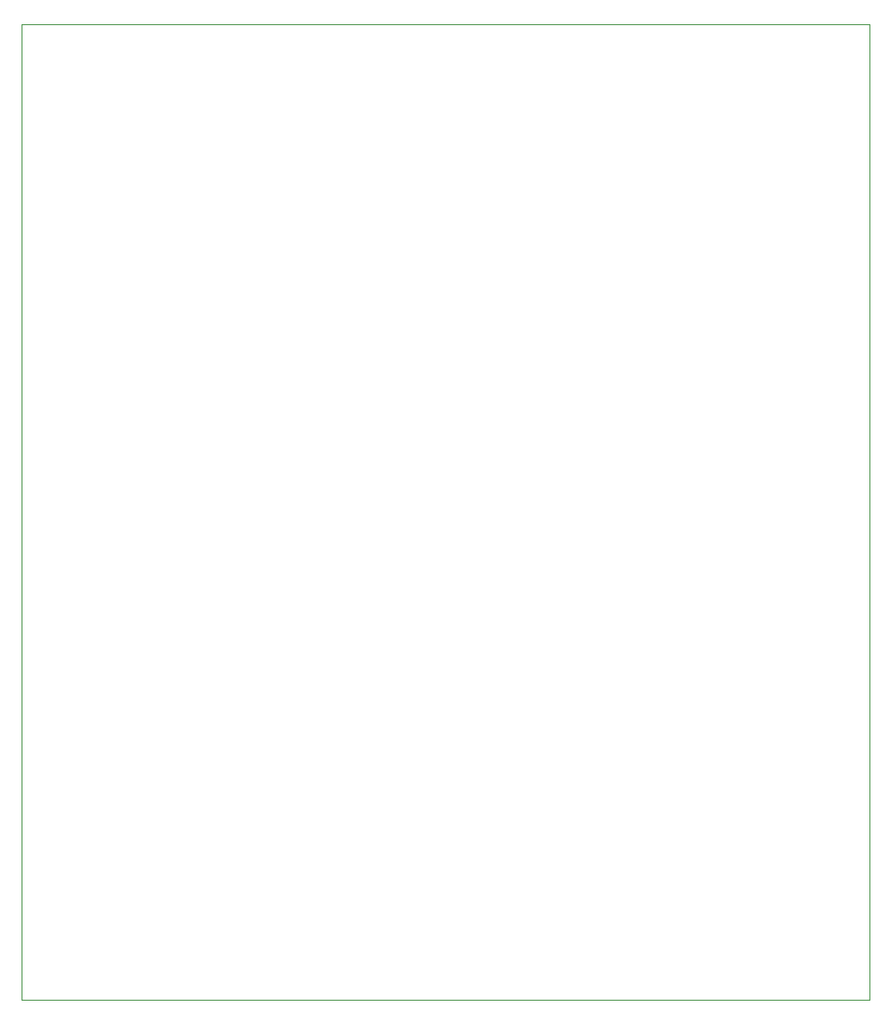
<source format=gm1>
G04 #@! TF.GenerationSoftware,KiCad,Pcbnew,(5.1.5)-3*
G04 #@! TF.CreationDate,2023-03-23T18:14:07-07:00*
G04 #@! TF.ProjectId,breakout_pcb,62726561-6b6f-4757-945f-7063622e6b69,rev?*
G04 #@! TF.SameCoordinates,Original*
G04 #@! TF.FileFunction,Profile,NP*
%FSLAX46Y46*%
G04 Gerber Fmt 4.6, Leading zero omitted, Abs format (unit mm)*
G04 Created by KiCad (PCBNEW (5.1.5)-3) date 2023-03-23 18:14:07*
%MOMM*%
%LPD*%
G04 APERTURE LIST*
%ADD10C,0.050000*%
G04 APERTURE END LIST*
D10*
X100000000Y-172000000D02*
X100000000Y-80000000D01*
X180000000Y-172000000D02*
X100000000Y-172000000D01*
X180000000Y-80000000D02*
X180000000Y-172000000D01*
X100000000Y-80000000D02*
X180000000Y-80000000D01*
M02*

</source>
